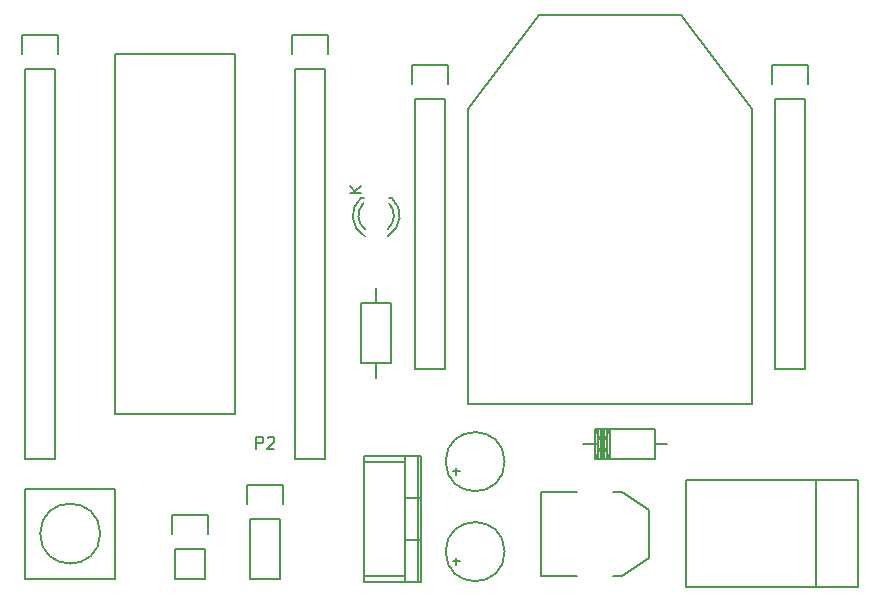
<source format=gto>
G04 #@! TF.FileFunction,Legend,Top*
%FSLAX46Y46*%
G04 Gerber Fmt 4.6, Leading zero omitted, Abs format (unit mm)*
G04 Created by KiCad (PCBNEW (2015-05-10 BZR 5649)-product) date Thursday, May 21, 2015 'PMt' 10:04:34 PM*
%MOMM*%
G01*
G04 APERTURE LIST*
%ADD10C,0.100000*%
%ADD11C,0.150000*%
G04 APERTURE END LIST*
D10*
D11*
X167010080Y-172504100D02*
X167609520Y-172504100D01*
X167309800Y-172803820D02*
X167309800Y-172204380D01*
X171409360Y-171704000D02*
G75*
G03X171409360Y-171704000I-2499360J0D01*
G01*
X167010080Y-164884100D02*
X167609520Y-164884100D01*
X167309800Y-165183820D02*
X167309800Y-164584380D01*
X171409360Y-164084000D02*
G75*
G03X171409360Y-164084000I-2499360J0D01*
G01*
X197802500Y-174680880D02*
X197802500Y-165679120D01*
X201302620Y-174680880D02*
X201302620Y-165679120D01*
X201302620Y-165679120D02*
X186801760Y-165679120D01*
X186801760Y-165679120D02*
X186801760Y-174680880D01*
X186801760Y-174680880D02*
X201302620Y-174680880D01*
X159248000Y-141756000D02*
X159468000Y-141756000D01*
X161848000Y-141756000D02*
X161598000Y-141756000D01*
X161486072Y-145009424D02*
G75*
G03X161848000Y-141756000I-958072J1753424D01*
G01*
X161509528Y-144398935D02*
G75*
G03X161618000Y-142216000I-981528J1142935D01*
G01*
X159221274Y-141768780D02*
G75*
G03X159568000Y-145006000I1306726J-1497220D01*
G01*
X159453482Y-142208188D02*
G75*
G03X159588000Y-144426000I1074518J-1047812D01*
G01*
X184150000Y-162557460D02*
X185166000Y-162557460D01*
X179324000Y-162557460D02*
X178054000Y-162557460D01*
X179578000Y-161287460D02*
X179578000Y-163827460D01*
X179832000Y-161287460D02*
X179832000Y-163827460D01*
X180086000Y-161287460D02*
X180086000Y-163827460D01*
X179324000Y-161287460D02*
X179324000Y-163827460D01*
X180340000Y-161287460D02*
X179070000Y-163827460D01*
X179070000Y-161287460D02*
X180340000Y-163827460D01*
X180340000Y-161287460D02*
X180340000Y-163827460D01*
X179705000Y-161287460D02*
X179705000Y-163827460D01*
X179070000Y-163827460D02*
X179070000Y-161287460D01*
X179070000Y-161287460D02*
X184150000Y-161287460D01*
X184150000Y-161287460D02*
X184150000Y-163827460D01*
X184150000Y-163827460D02*
X179070000Y-163827460D01*
X174340000Y-126240000D02*
X168340000Y-134240000D01*
X168340000Y-134240000D02*
X174340000Y-126240000D01*
X174340000Y-126240000D02*
X186340000Y-126240000D01*
X192340000Y-134240000D02*
X186340000Y-126240000D01*
X192340000Y-134240000D02*
X192340000Y-159240000D01*
X168340000Y-159240000D02*
X192340000Y-159240000D01*
X168340000Y-159240000D02*
X168340000Y-156240000D01*
X168340000Y-134240000D02*
X168340000Y-156240000D01*
X168340000Y-156240000D02*
X168340000Y-134240000D01*
X146050000Y-171450000D02*
X146050000Y-173990000D01*
X146330000Y-168630000D02*
X146330000Y-170180000D01*
X146050000Y-171450000D02*
X143510000Y-171450000D01*
X143230000Y-170180000D02*
X143230000Y-168630000D01*
X143230000Y-168630000D02*
X146330000Y-168630000D01*
X143510000Y-171450000D02*
X143510000Y-173990000D01*
X143510000Y-173990000D02*
X146050000Y-173990000D01*
X149860000Y-168910000D02*
X149860000Y-173990000D01*
X149860000Y-173990000D02*
X152400000Y-173990000D01*
X152400000Y-173990000D02*
X152400000Y-168910000D01*
X152680000Y-166090000D02*
X152680000Y-167640000D01*
X152400000Y-168910000D02*
X149860000Y-168910000D01*
X149580000Y-167640000D02*
X149580000Y-166090000D01*
X149580000Y-166090000D02*
X152680000Y-166090000D01*
X166370000Y-133350000D02*
X166370000Y-156210000D01*
X166370000Y-156210000D02*
X163830000Y-156210000D01*
X163830000Y-156210000D02*
X163830000Y-133350000D01*
X166650000Y-130530000D02*
X166650000Y-132080000D01*
X166370000Y-133350000D02*
X163830000Y-133350000D01*
X163550000Y-132080000D02*
X163550000Y-130530000D01*
X163550000Y-130530000D02*
X166650000Y-130530000D01*
X196850000Y-133350000D02*
X196850000Y-156210000D01*
X196850000Y-156210000D02*
X194310000Y-156210000D01*
X194310000Y-156210000D02*
X194310000Y-133350000D01*
X197130000Y-130530000D02*
X197130000Y-132080000D01*
X196850000Y-133350000D02*
X194310000Y-133350000D01*
X194030000Y-132080000D02*
X194030000Y-130530000D01*
X194030000Y-130530000D02*
X197130000Y-130530000D01*
X130810000Y-130810000D02*
X130810000Y-163830000D01*
X130810000Y-163830000D02*
X133350000Y-163830000D01*
X133350000Y-163830000D02*
X133350000Y-130810000D01*
X133630000Y-127990000D02*
X133630000Y-129540000D01*
X133350000Y-130810000D02*
X130810000Y-130810000D01*
X130530000Y-129540000D02*
X130530000Y-127990000D01*
X130530000Y-127990000D02*
X133630000Y-127990000D01*
X153670000Y-130810000D02*
X153670000Y-163830000D01*
X153670000Y-163830000D02*
X156210000Y-163830000D01*
X156210000Y-163830000D02*
X156210000Y-130810000D01*
X156490000Y-127990000D02*
X156490000Y-129540000D01*
X156210000Y-130810000D02*
X153670000Y-130810000D01*
X153390000Y-129540000D02*
X153390000Y-127990000D01*
X153390000Y-127990000D02*
X156490000Y-127990000D01*
X162941000Y-173736000D02*
X159512000Y-173736000D01*
X162941000Y-164084000D02*
X159512000Y-164084000D01*
X164084000Y-174244000D02*
X164084000Y-163576000D01*
X163068000Y-170688000D02*
X164338000Y-170688000D01*
X163068000Y-167132000D02*
X164338000Y-167132000D01*
X162941000Y-163576000D02*
X162941000Y-174244000D01*
X159512000Y-174244000D02*
X159512000Y-163576000D01*
X164338000Y-163576000D02*
X159512000Y-163576000D01*
X164338000Y-174244000D02*
X159512000Y-174244000D01*
X164338000Y-174244000D02*
X164338000Y-163576000D01*
X159258000Y-155702000D02*
X159258000Y-150622000D01*
X159258000Y-150622000D02*
X161798000Y-150622000D01*
X161798000Y-150622000D02*
X161798000Y-155702000D01*
X161798000Y-155702000D02*
X159258000Y-155702000D01*
X160528000Y-155702000D02*
X160528000Y-156972000D01*
X160528000Y-150622000D02*
X160528000Y-149352000D01*
X137160000Y-170180000D02*
G75*
G03X137160000Y-170180000I-2540000J0D01*
G01*
X130810000Y-166370000D02*
X138430000Y-166370000D01*
X138430000Y-166370000D02*
X138430000Y-173990000D01*
X138430000Y-173990000D02*
X130810000Y-173990000D01*
X130810000Y-166370000D02*
X130810000Y-173990000D01*
X177546000Y-166624000D02*
X174498000Y-166624000D01*
X174498000Y-166624000D02*
X174498000Y-173736000D01*
X174498000Y-173736000D02*
X177546000Y-173736000D01*
X180594000Y-166624000D02*
X181356000Y-166624000D01*
X181356000Y-166624000D02*
X183642000Y-168148000D01*
X183642000Y-168148000D02*
X183642000Y-172212000D01*
X183642000Y-172212000D02*
X181356000Y-173736000D01*
X181356000Y-173736000D02*
X180594000Y-173736000D01*
X148590000Y-129540000D02*
X148590000Y-160020000D01*
X148590000Y-160020000D02*
X138430000Y-160020000D01*
X138430000Y-160020000D02*
X138430000Y-129540000D01*
X138430000Y-129540000D02*
X148590000Y-129540000D01*
X159280381Y-141347905D02*
X158280381Y-141347905D01*
X159280381Y-140776476D02*
X158708952Y-141205048D01*
X158280381Y-140776476D02*
X158851810Y-141347905D01*
X150391905Y-162992381D02*
X150391905Y-161992381D01*
X150772858Y-161992381D01*
X150868096Y-162040000D01*
X150915715Y-162087619D01*
X150963334Y-162182857D01*
X150963334Y-162325714D01*
X150915715Y-162420952D01*
X150868096Y-162468571D01*
X150772858Y-162516190D01*
X150391905Y-162516190D01*
X151344286Y-162087619D02*
X151391905Y-162040000D01*
X151487143Y-161992381D01*
X151725239Y-161992381D01*
X151820477Y-162040000D01*
X151868096Y-162087619D01*
X151915715Y-162182857D01*
X151915715Y-162278095D01*
X151868096Y-162420952D01*
X151296667Y-162992381D01*
X151915715Y-162992381D01*
M02*

</source>
